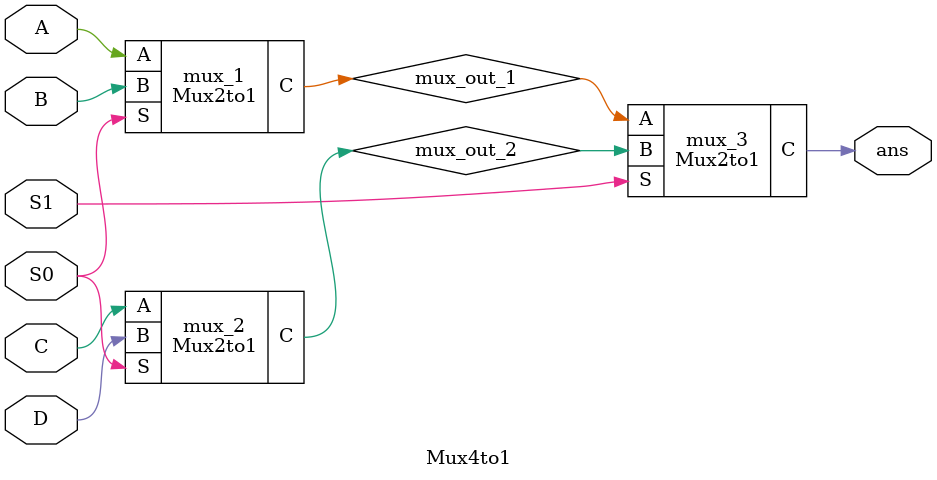
<source format=v>
module Mux2to1 (input S, A, B, output C);

    wire S_not;
    wire out1, out2;
    not (S_not, S);
    and (out1, S_not, A);
    and (out2, S, B);
    or (C, out1, out2);

endmodule

module Mux4to1 (input S0, S1, A, B, C, D, output ans);

    wire mux_out_1, mux_out_2;

    Mux2to1 mux_1(S0, A, B, mux_out_1);
    Mux2to1 mux_2(S0, C, D, mux_out_2);
    Mux2to1 mux_3(S1, mux_out_1, mux_out_2, ans);

endmodule
</source>
